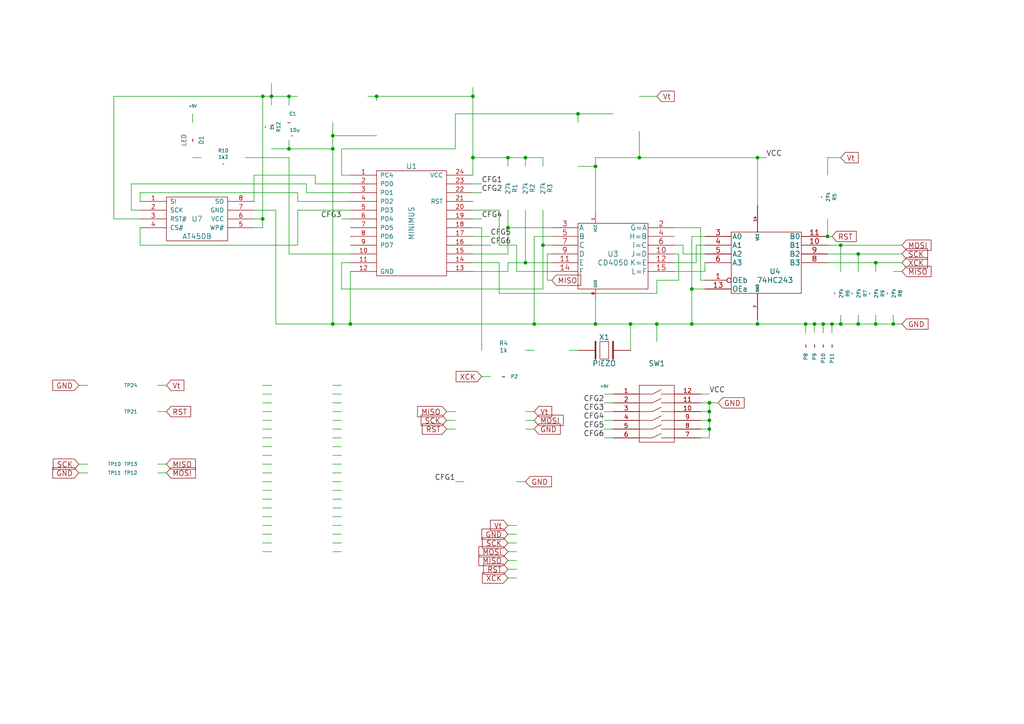
<source format=kicad_sch>
(kicad_sch (version 20230121) (generator eeschema)
  (paper "A4")
  (title_block (date "14 dec 2013"))
  (lib_symbols
    (symbol "smin:74HC243" (pin_names (offset 0.254))
      (property "Reference" "U" (at 2.54 -2.54 0))
      (property "Value" "74HC243" (at 2.54 -5.08 0))
      (symbol "74HC243_0_1"
        (rectangle (start -10.16 8.89) (end 10.16 -8.89))
      )
      (symbol "74HC243_1_1"
        (pin input inverted (at -17.78 -5.08 0) (length 7.62) (name "OEb") (number "1"))
        (pin tri_state line (at 17.78 5.08 180) (length 7.62) (name "B1") (number "10"))
        (pin tri_state line (at 17.78 7.62 180) (length 7.62) (name "B0") (number "11"))
        (pin input line (at -17.78 -7.62 0) (length 7.62) (name "OEa") (number "13"))
        (pin power_in line (at -2.54 16.51 270) (length 7.62) (name "VCC") (number "14"))
        (pin input line (at -17.78 7.62 0) (length 7.62) (name "A0") (number "3"))
        (pin input line (at -17.78 5.08 0) (length 7.62) (name "A1") (number "4"))
        (pin input line (at -17.78 2.54 0) (length 7.62) (name "A2") (number "5"))
        (pin input line (at -17.78 0 0) (length 7.62) (name "A3") (number "6"))
        (pin power_in line (at -2.54 -16.51 90) (length 7.62) (name "GND") (number "7"))
        (pin tri_state line (at 17.78 0 180) (length 7.62) (name "B3") (number "8"))
        (pin tri_state line (at 17.78 2.54 180) (length 7.62) (name "B2") (number "9"))
      )
    )
    (symbol "smin:AT45DB" (pin_names (offset 1.016))
      (property "Reference" "U" (at 0 0 0))
      (property "Value" "AT45DB" (at 0 -5.08 0))
      (symbol "AT45DB_0_1"
        (rectangle (start -8.89 6.35) (end 8.89 -6.35))
      )
      (symbol "AT45DB_1_1"
        (pin input line (at -16.51 5.08 0) (length 7.62) (name "SI") (number "1"))
        (pin input line (at -16.51 2.54 0) (length 7.62) (name "SCK") (number "2"))
        (pin input line (at -16.51 0 0) (length 7.62) (name "RST#") (number "3"))
        (pin input line (at -16.51 -2.54 0) (length 7.62) (name "CS#") (number "4"))
        (pin input line (at 16.51 -2.54 180) (length 7.62) (name "WP#") (number "5"))
        (pin power_in line (at 16.51 0 180) (length 7.62) (name "VCC") (number "6"))
        (pin power_in line (at 16.51 2.54 180) (length 7.62) (name "GND") (number "7"))
        (pin output line (at 16.51 5.08 180) (length 7.62) (name "SO") (number "8"))
      )
    )
    (symbol "smin:CD4050" (pin_names (offset 0.254))
      (property "Reference" "U" (at 0 0 0))
      (property "Value" "CD4050" (at 0 -2.54 0))
      (symbol "CD4050_0_1"
        (rectangle (start -10.16 8.89) (end 10.16 -10.16))
      )
      (symbol "CD4050_1_0"
        (pin power_in line (at -5.08 11.43 270) (length 2.54) (name "VCC") (number "1"))
        (pin power_in line (at -5.08 -12.7 90) (length 2.54) (name "GND") (number "8"))
      )
      (symbol "CD4050_1_1"
        (pin output line (at 17.78 0 180) (length 7.62) (name "J=D") (number "10"))
        (pin input line (at -17.78 -2.54 0) (length 7.62) (name "E") (number "11"))
        (pin output line (at 17.78 -2.54 180) (length 7.62) (name "K=E") (number "12"))
        (pin input line (at -17.78 -5.08 0) (length 7.62) (name "F") (number "14"))
        (pin output line (at 17.78 -5.08 180) (length 7.62) (name "L=F") (number "15"))
        (pin output line (at 17.78 7.62 180) (length 7.62) (name "G=A") (number "2"))
        (pin input line (at -17.78 7.62 0) (length 7.62) (name "A") (number "3"))
        (pin output line (at 17.78 5.08 180) (length 7.62) (name "H=B") (number "4"))
        (pin input line (at -17.78 5.08 0) (length 7.62) (name "B") (number "5"))
        (pin output line (at 17.78 2.54 180) (length 7.62) (name "I=C") (number "6"))
        (pin input line (at -17.78 2.54 0) (length 7.62) (name "C") (number "7"))
        (pin input line (at -17.78 0 0) (length 7.62) (name "D") (number "9"))
      )
    )
    (symbol "smin:MINIMUS" (pin_names (offset 1.016))
      (property "Reference" "U" (at 0 16.51 0))
      (property "Value" "MINIMUS" (at 0 0 90))
      (symbol "MINIMUS_0_1"
        (rectangle (start -10.16 -15.24) (end 10.16 15.24))
      )
      (symbol "MINIMUS_1_1"
        (pin tri_state line (at -17.78 13.97 0) (length 7.62) (name "PC4") (number "1"))
        (pin tri_state line (at -17.78 -8.89 0) (length 7.62) (name "~") (number "10"))
        (pin tri_state line (at -17.78 -11.43 0) (length 7.62) (name "~") (number "11"))
        (pin power_out line (at -17.78 -13.97 0) (length 7.62) (name "GND") (number "12"))
        (pin tri_state line (at 17.78 -13.97 180) (length 7.62) (name "~") (number "13"))
        (pin tri_state line (at 17.78 -11.43 180) (length 7.62) (name "~") (number "14"))
        (pin tri_state line (at 17.78 -8.89 180) (length 7.62) (name "~") (number "15"))
        (pin tri_state line (at 17.78 -6.35 180) (length 7.62) (name "~") (number "16"))
        (pin tri_state line (at 17.78 -3.81 180) (length 7.62) (name "~") (number "17"))
        (pin tri_state line (at 17.78 -1.27 180) (length 7.62) (name "~") (number "18"))
        (pin tri_state line (at 17.78 1.27 180) (length 7.62) (name "~") (number "19"))
        (pin tri_state line (at -17.78 11.43 0) (length 7.62) (name "PD0") (number "2"))
        (pin tri_state line (at 17.78 3.81 180) (length 7.62) (name "~") (number "20"))
        (pin input line (at 17.78 6.35 180) (length 7.62) (name "RST") (number "21"))
        (pin tri_state line (at 17.78 8.89 180) (length 7.62) (name "~") (number "22"))
        (pin tri_state line (at 17.78 11.43 180) (length 7.62) (name "~") (number "23"))
        (pin power_out line (at 17.78 13.97 180) (length 7.62) (name "VCC") (number "24"))
        (pin tri_state line (at -17.78 8.89 0) (length 7.62) (name "PD1") (number "3"))
        (pin tri_state line (at -17.78 6.35 0) (length 7.62) (name "PD2") (number "4"))
        (pin tri_state line (at -17.78 3.81 0) (length 7.62) (name "PD3") (number "5"))
        (pin tri_state line (at -17.78 1.27 0) (length 7.62) (name "PD4") (number "6"))
        (pin tri_state line (at -17.78 -1.27 0) (length 7.62) (name "PD5") (number "7"))
        (pin tri_state line (at -17.78 -3.81 0) (length 7.62) (name "PD6") (number "8"))
        (pin tri_state line (at -17.78 -6.35 0) (length 7.62) (name "PD7") (number "9"))
      )
    )
    (symbol "smin:PIEZO" (pin_numbers hide) (pin_names (offset 1.016) hide)
      (property "Reference" "X" (at 0 3.81 0))
      (property "Value" "PIEZO" (at 0 -3.81 0))
      (symbol "PIEZO_0_1"
        (polyline (pts (xy -2.54 2.54) (xy -2.54 -2.54)) (stroke (width 0.4064)))
        (polyline (pts (xy 2.54 2.54) (xy 2.54 -2.54)) (stroke (width 0.4064)))
        (polyline (pts (xy -1.27 2.54) (xy 1.27 2.54) (xy 1.27 -2.54) (xy -1.27 -2.54) (xy -1.27 2.54)))
      )
      (symbol "PIEZO_1_1"
        (pin passive line (at -7.62 0 0) (length 5.08) (name "1") (number "1"))
        (pin passive line (at 7.62 0 180) (length 5.08) (name "2") (number "2"))
      )
    )
    (symbol "smin:SW_DIP_6" (pin_names (offset 1.016))
      (property "Reference" "SW" (at 0 20.32 0))
      (symbol "SW_DIP_6_0_1"
        (rectangle (start -5.08 2.54) (end 5.08 19.05))
        (polyline (pts (xy 1.27 3.81) (xy 5.08 3.81)))
        (polyline (pts (xy 1.27 8.89) (xy 5.08 8.89)))
        (polyline (pts (xy 1.27 11.43) (xy 5.08 11.43)))
        (polyline (pts (xy 1.27 13.97) (xy 5.08 13.97)))
        (polyline (pts (xy 1.27 16.51) (xy 5.08 16.51)))
        (polyline (pts (xy 5.08 6.35) (xy 1.27 6.35)))
        (polyline (pts (xy -5.08 3.81) (xy -1.27 3.81) (xy 1.27 5.08)))
        (polyline (pts (xy -5.08 8.89) (xy -1.27 8.89) (xy 1.27 10.16)))
        (polyline (pts (xy -5.08 11.43) (xy -1.27 11.43) (xy 1.27 12.7)))
        (polyline (pts (xy -5.08 13.97) (xy -1.27 13.97) (xy 1.27 15.24)))
        (polyline (pts (xy -5.08 16.51) (xy -1.27 16.51) (xy 1.27 17.78)))
        (polyline (pts (xy 1.27 7.62) (xy -1.27 6.35) (xy -5.08 6.35)))
      )
      (symbol "SW_DIP_6_1_1"
        (pin passive line (at -12.7 16.51 0) (length 7.62) (name "~") (number "1"))
        (pin passive line (at 12.7 11.43 180) (length 7.62) (name "~") (number "10"))
        (pin passive line (at 12.7 13.97 180) (length 7.62) (name "~") (number "11"))
        (pin passive line (at 12.7 16.51 180) (length 7.62) (name "~") (number "12"))
        (pin passive line (at -12.7 13.97 0) (length 7.62) (name "~") (number "2"))
        (pin passive line (at -12.7 11.43 0) (length 7.62) (name "~") (number "3"))
        (pin passive line (at -12.7 8.89 0) (length 7.62) (name "~") (number "4"))
        (pin passive line (at -12.7 6.35 0) (length 7.62) (name "~") (number "5"))
        (pin passive line (at -12.7 3.81 0) (length 7.62) (name "~") (number "6"))
        (pin passive line (at 12.7 3.81 180) (length 7.62) (name "~") (number "7"))
        (pin passive line (at 12.7 6.35 180) (length 7.62) (name "~") (number "8"))
        (pin passive line (at 12.7 8.89 180) (length 7.62) (name "~") (number "9"))
      )
    )
  )
  (junction (at 205.74 119.38))
  (junction (at 157.48 71.12))
  (junction (at 96.52 43.18))
  (junction (at 248.92 93.98))
  (junction (at 241.3 93.98))
  (junction (at 83.82 27.94))
  (junction (at 248.92 73.66))
  (junction (at 254 93.98))
  (junction (at 96.52 39.37))
  (junction (at 205.74 121.92))
  (junction (at 78.74 27.94))
  (junction (at 76.2 63.5))
  (junction (at 185.42 45.72))
  (junction (at 243.84 71.12))
  (junction (at 200.66 83.82))
  (junction (at 76.2 27.94))
  (junction (at 205.74 116.84))
  (junction (at 152.4 45.72))
  (junction (at 236.22 93.98))
  (junction (at 152.4 76.2))
  (junction (at 167.64 33.02))
  (junction (at 147.32 66.04))
  (junction (at 259.08 93.98))
  (junction (at 172.72 93.98))
  (junction (at 83.82 43.18))
  (junction (at 101.6 93.98))
  (junction (at 137.16 27.94))
  (junction (at 238.76 93.98))
  (junction (at 109.22 27.94))
  (junction (at 219.71 93.98))
  (junction (at 219.71 45.72))
  (junction (at 147.32 45.72))
  (junction (at 172.72 48.26))
  (junction (at 137.16 45.72))
  (junction (at 190.5 93.98))
  (junction (at 254 76.2))
  (junction (at 205.74 124.46))
  (junction (at 240.03 68.58))
  (junction (at 243.84 93.98))
  (junction (at 200.66 93.98))
  (junction (at 154.94 93.98))
  (junction (at 96.52 93.98))
  (junction (at 233.68 93.98))
  (junction (at 182.88 93.98))
  (wire (pts (xy 236.22 93.98) (xy 236.22 96.52)))
  (wire (pts (xy 248.92 73.66) (xy 261.62 73.66)))
  (wire (pts (xy 76.2 63.5) (xy 76.2 66.04)))
  (wire (pts (xy 205.74 121.92) (xy 203.2 121.92)))
  (wire (pts (xy 154.94 68.58) (xy 154.94 93.98)))
  (wire (pts (xy 254 93.98) (xy 254 91.44)))
  (wire (pts (xy 76.2 27.94) (xy 76.2 63.5)))
  (wire (pts (xy 200.66 83.82) (xy 200.66 93.98)))
  (wire (pts (xy 172.72 48.26) (xy 172.72 62.23)))
  (wire (pts (xy 195.58 78.74) (xy 204.47 78.74)))
  (wire (pts (xy 96.52 139.7) (xy 99.06 139.7)))
  (wire (pts (xy 76.2 160.02) (xy 78.74 160.02)))
  (wire (pts (xy 147.32 165.1) (xy 149.86 165.1)))
  (wire (pts (xy 240.03 76.2) (xy 254 76.2)))
  (wire (pts (xy 241.3 93.98) (xy 243.84 93.98)))
  (wire (pts (xy 241.3 93.98) (xy 241.3 96.52)))
  (wire (pts (xy 185.42 38.1) (xy 185.42 45.72)))
  (wire (pts (xy 157.48 71.12) (xy 157.48 83.82)))
  (wire (pts (xy 99.06 132.08) (xy 96.52 132.08)))
  (wire (pts (xy 142.24 68.58) (xy 137.16 68.58)))
  (wire (pts (xy 198.12 71.12) (xy 195.58 71.12)))
  (wire (pts (xy 132.08 43.18) (xy 132.08 33.02)))
  (wire (pts (xy 109.22 27.94) (xy 137.16 27.94)))
  (wire (pts (xy 78.74 127) (xy 76.2 127)))
  (wire (pts (xy 203.2 114.3) (xy 205.74 114.3)))
  (wire (pts (xy 55.88 33.02) (xy 55.88 35.56)))
  (wire (pts (xy 152.4 121.92) (xy 154.94 121.92)))
  (wire (pts (xy 195.58 76.2) (xy 201.93 76.2)))
  (wire (pts (xy 203.2 116.84) (xy 205.74 116.84)))
  (wire (pts (xy 45.72 119.38) (xy 48.26 119.38)))
  (wire (pts (xy 80.01 60.96) (xy 80.01 93.98)))
  (wire (pts (xy 96.52 124.46) (xy 99.06 124.46)))
  (wire (pts (xy 243.84 91.44) (xy 243.84 93.98)))
  (wire (pts (xy 78.74 137.16) (xy 76.2 137.16)))
  (wire (pts (xy 205.74 119.38) (xy 205.74 121.92)))
  (wire (pts (xy 99.06 76.2) (xy 99.06 83.82)))
  (wire (pts (xy 137.16 45.72) (xy 147.32 45.72)))
  (wire (pts (xy 203.2 66.04) (xy 195.58 66.04)))
  (wire (pts (xy 185.42 45.72) (xy 219.71 45.72)))
  (wire (pts (xy 78.74 43.18) (xy 83.82 43.18)))
  (wire (pts (xy 254 76.2) (xy 254 78.74)))
  (wire (pts (xy 48.26 111.76) (xy 45.72 111.76)))
  (wire (pts (xy 254 93.98) (xy 259.08 93.98)))
  (wire (pts (xy 201.93 76.2) (xy 201.93 71.12)))
  (wire (pts (xy 172.72 86.36) (xy 172.72 93.98)))
  (wire (pts (xy 204.47 83.82) (xy 200.66 83.82)))
  (wire (pts (xy 198.12 73.66) (xy 198.12 71.12)))
  (wire (pts (xy 96.52 144.78) (xy 99.06 144.78)))
  (wire (pts (xy 152.4 60.96) (xy 152.4 76.2)))
  (wire (pts (xy 167.64 48.26) (xy 172.72 48.26)))
  (wire (pts (xy 78.74 147.32) (xy 76.2 147.32)))
  (wire (pts (xy 96.52 154.94) (xy 99.06 154.94)))
  (wire (pts (xy 177.8 114.3) (xy 175.26 114.3)))
  (wire (pts (xy 78.74 27.94) (xy 83.82 27.94)))
  (wire (pts (xy 204.47 81.28) (xy 203.2 81.28)))
  (wire (pts (xy 40.64 71.12) (xy 40.64 66.04)))
  (wire (pts (xy 96.52 39.37) (xy 96.52 43.18)))
  (wire (pts (xy 132.08 33.02) (xy 167.64 33.02)))
  (wire (pts (xy 137.16 25.4) (xy 137.16 27.94)))
  (wire (pts (xy 132.08 124.46) (xy 129.54 124.46)))
  (wire (pts (xy 101.6 53.34) (xy 91.44 53.34)))
  (wire (pts (xy 154.94 119.38) (xy 152.4 119.38)))
  (wire (pts (xy 165.1 101.6) (xy 167.64 101.6)))
  (wire (pts (xy 142.24 109.22) (xy 139.7 109.22)))
  (wire (pts (xy 106.68 27.94) (xy 109.22 27.94)))
  (wire (pts (xy 147.32 157.48) (xy 149.86 157.48)))
  (wire (pts (xy 86.36 60.96) (xy 101.6 60.96)))
  (wire (pts (xy 205.74 124.46) (xy 205.74 127)))
  (wire (pts (xy 167.64 33.02) (xy 177.8 33.02)))
  (wire (pts (xy 147.32 66.04) (xy 160.02 66.04)))
  (wire (pts (xy 137.16 60.96) (xy 144.78 60.96)))
  (wire (pts (xy 144.78 71.12) (xy 149.86 71.12)))
  (wire (pts (xy 185.42 27.94) (xy 190.5 27.94)))
  (wire (pts (xy 157.48 45.72) (xy 157.48 48.26)))
  (wire (pts (xy 152.4 76.2) (xy 160.02 76.2)))
  (wire (pts (xy 78.74 116.84) (xy 76.2 116.84)))
  (wire (pts (xy 154.94 93.98) (xy 172.72 93.98)))
  (wire (pts (xy 96.52 35.56) (xy 96.52 39.37)))
  (wire (pts (xy 149.86 78.74) (xy 160.02 78.74)))
  (wire (pts (xy 101.6 58.42) (xy 86.36 58.42)))
  (wire (pts (xy 160.02 68.58) (xy 154.94 68.58)))
  (wire (pts (xy 219.71 45.72) (xy 222.25 45.72)))
  (wire (pts (xy 134.62 139.7) (xy 132.08 139.7)))
  (wire (pts (xy 172.72 45.72) (xy 172.72 48.26)))
  (wire (pts (xy 76.2 63.5) (xy 73.66 63.5)))
  (wire (pts (xy 99.06 121.92) (xy 96.52 121.92)))
  (wire (pts (xy 219.71 93.98) (xy 233.68 93.98)))
  (wire (pts (xy 83.82 43.18) (xy 83.82 40.64)))
  (wire (pts (xy 154.94 124.46) (xy 152.4 124.46)))
  (wire (pts (xy 149.86 167.64) (xy 147.32 167.64)))
  (wire (pts (xy 175.26 121.92) (xy 177.8 121.92)))
  (wire (pts (xy 139.7 53.34) (xy 137.16 53.34)))
  (wire (pts (xy 219.71 92.71) (xy 219.71 93.98)))
  (wire (pts (xy 38.1 53.34) (xy 38.1 60.96)))
  (wire (pts (xy 137.16 27.94) (xy 137.16 45.72)))
  (wire (pts (xy 236.22 93.98) (xy 238.76 93.98)))
  (wire (pts (xy 205.74 116.84) (xy 205.74 119.38)))
  (wire (pts (xy 101.6 93.98) (xy 101.6 78.74)))
  (wire (pts (xy 132.08 119.38) (xy 129.54 119.38)))
  (wire (pts (xy 76.2 124.46) (xy 78.74 124.46)))
  (wire (pts (xy 83.82 43.18) (xy 96.52 43.18)))
  (wire (pts (xy 73.66 60.96) (xy 80.01 60.96)))
  (wire (pts (xy 88.9 53.34) (xy 38.1 53.34)))
  (wire (pts (xy 86.36 55.88) (xy 40.64 55.88)))
  (wire (pts (xy 96.52 119.38) (xy 99.06 119.38)))
  (wire (pts (xy 25.4 134.62) (xy 22.86 134.62)))
  (wire (pts (xy 73.66 50.8) (xy 73.66 58.42)))
  (wire (pts (xy 204.47 78.74) (xy 204.47 76.2)))
  (wire (pts (xy 88.9 55.88) (xy 88.9 53.34)))
  (wire (pts (xy 99.06 63.5) (xy 101.6 63.5)))
  (wire (pts (xy 147.32 45.72) (xy 152.4 45.72)))
  (wire (pts (xy 248.92 93.98) (xy 254 93.98)))
  (wire (pts (xy 33.02 63.5) (xy 40.64 63.5)))
  (wire (pts (xy 240.03 68.58) (xy 241.3 68.58)))
  (wire (pts (xy 99.06 111.76) (xy 96.52 111.76)))
  (wire (pts (xy 76.2 144.78) (xy 78.74 144.78)))
  (wire (pts (xy 205.74 127) (xy 203.2 127)))
  (wire (pts (xy 76.2 149.86) (xy 78.74 149.86)))
  (wire (pts (xy 99.06 116.84) (xy 96.52 116.84)))
  (wire (pts (xy 240.03 63.5) (xy 240.03 68.58)))
  (wire (pts (xy 83.82 27.94) (xy 83.82 30.48)))
  (wire (pts (xy 177.8 119.38) (xy 175.26 119.38)))
  (wire (pts (xy 139.7 55.88) (xy 137.16 55.88)))
  (wire (pts (xy 147.32 78.74) (xy 137.16 78.74)))
  (wire (pts (xy 25.4 111.76) (xy 22.86 111.76)))
  (wire (pts (xy 99.06 152.4) (xy 96.52 152.4)))
  (wire (pts (xy 144.78 60.96) (xy 144.78 71.12)))
  (wire (pts (xy 40.64 55.88) (xy 40.64 58.42)))
  (wire (pts (xy 71.12 45.72) (xy 83.82 45.72)))
  (wire (pts (xy 147.32 60.96) (xy 147.32 66.04)))
  (wire (pts (xy 101.6 76.2) (xy 99.06 76.2)))
  (wire (pts (xy 172.72 93.98) (xy 182.88 93.98)))
  (wire (pts (xy 233.68 93.98) (xy 233.68 96.52)))
  (wire (pts (xy 96.52 43.18) (xy 96.52 93.98)))
  (wire (pts (xy 76.2 66.04) (xy 73.66 66.04)))
  (wire (pts (xy 196.85 73.66) (xy 195.58 73.66)))
  (wire (pts (xy 45.72 134.62) (xy 48.26 134.62)))
  (wire (pts (xy 261.62 78.74) (xy 259.08 78.74)))
  (wire (pts (xy 152.4 45.72) (xy 157.48 45.72)))
  (wire (pts (xy 83.82 73.66) (xy 101.6 73.66)))
  (wire (pts (xy 157.48 83.82) (xy 99.06 83.82)))
  (wire (pts (xy 205.74 116.84) (xy 208.28 116.84)))
  (wire (pts (xy 99.06 127) (xy 96.52 127)))
  (wire (pts (xy 201.93 71.12) (xy 204.47 71.12)))
  (wire (pts (xy 96.52 134.62) (xy 99.06 134.62)))
  (wire (pts (xy 175.26 127) (xy 177.8 127)))
  (wire (pts (xy 190.5 81.28) (xy 196.85 81.28)))
  (wire (pts (xy 219.71 45.72) (xy 219.71 59.69)))
  (wire (pts (xy 182.88 93.98) (xy 182.88 101.6)))
  (wire (pts (xy 137.16 66.04) (xy 139.7 66.04)))
  (wire (pts (xy 99.06 147.32) (xy 96.52 147.32)))
  (wire (pts (xy 76.2 119.38) (xy 78.74 119.38)))
  (wire (pts (xy 147.32 78.74) (xy 147.32 76.2)))
  (wire (pts (xy 99.06 43.18) (xy 99.06 50.8)))
  (wire (pts (xy 190.5 81.28) (xy 190.5 85.09)))
  (wire (pts (xy 200.66 68.58) (xy 200.66 83.82)))
  (wire (pts (xy 238.76 93.98) (xy 238.76 96.52)))
  (wire (pts (xy 144.78 76.2) (xy 137.16 76.2)))
  (wire (pts (xy 139.7 66.04) (xy 139.7 101.6)))
  (wire (pts (xy 76.2 154.94) (xy 78.74 154.94)))
  (wire (pts (xy 96.52 114.3) (xy 99.06 114.3)))
  (wire (pts (xy 109.22 27.94) (xy 109.22 29.21)))
  (wire (pts (xy 96.52 149.86) (xy 99.06 149.86)))
  (wire (pts (xy 204.47 68.58) (xy 200.66 68.58)))
  (wire (pts (xy 33.02 63.5) (xy 33.02 27.94)))
  (wire (pts (xy 240.03 45.72) (xy 240.03 50.8)))
  (wire (pts (xy 101.6 93.98) (xy 154.94 93.98)))
  (wire (pts (xy 86.36 60.96) (xy 86.36 71.12)))
  (wire (pts (xy 233.68 93.98) (xy 236.22 93.98)))
  (wire (pts (xy 259.08 93.98) (xy 261.62 93.98)))
  (wire (pts (xy 190.5 93.98) (xy 190.5 99.06)))
  (wire (pts (xy 248.92 93.98) (xy 248.92 91.44)))
  (wire (pts (xy 86.36 58.42) (xy 86.36 55.88)))
  (wire (pts (xy 58.42 45.72) (xy 55.88 45.72)))
  (wire (pts (xy 172.72 45.72) (xy 185.42 45.72)))
  (wire (pts (xy 149.86 162.56) (xy 147.32 162.56)))
  (wire (pts (xy 83.82 45.72) (xy 83.82 73.66)))
  (wire (pts (xy 33.02 27.94) (xy 76.2 27.94)))
  (wire (pts (xy 137.16 45.72) (xy 137.16 50.8)))
  (wire (pts (xy 48.26 137.16) (xy 45.72 137.16)))
  (wire (pts (xy 142.24 71.12) (xy 137.16 71.12)))
  (wire (pts (xy 243.84 78.74) (xy 243.84 71.12)))
  (wire (pts (xy 78.74 132.08) (xy 76.2 132.08)))
  (wire (pts (xy 144.78 85.09) (xy 144.78 76.2)))
  (wire (pts (xy 129.54 121.92) (xy 132.08 121.92)))
  (wire (pts (xy 78.74 111.76) (xy 76.2 111.76)))
  (wire (pts (xy 83.82 27.94) (xy 86.36 27.94)))
  (wire (pts (xy 205.74 124.46) (xy 203.2 124.46)))
  (wire (pts (xy 86.36 71.12) (xy 40.64 71.12)))
  (wire (pts (xy 175.26 116.84) (xy 177.8 116.84)))
  (wire (pts (xy 240.03 71.12) (xy 243.84 71.12)))
  (wire (pts (xy 205.74 119.38) (xy 203.2 119.38)))
  (wire (pts (xy 238.76 93.98) (xy 241.3 93.98)))
  (wire (pts (xy 91.44 53.34) (xy 91.44 50.8)))
  (wire (pts (xy 78.74 152.4) (xy 76.2 152.4)))
  (wire (pts (xy 158.75 73.66) (xy 160.02 73.66)))
  (wire (pts (xy 78.74 27.94) (xy 78.74 30.48)))
  (wire (pts (xy 149.86 71.12) (xy 149.86 78.74)))
  (wire (pts (xy 243.84 93.98) (xy 248.92 93.98)))
  (wire (pts (xy 149.86 160.02) (xy 147.32 160.02)))
  (wire (pts (xy 248.92 78.74) (xy 248.92 73.66)))
  (wire (pts (xy 76.2 134.62) (xy 78.74 134.62)))
  (wire (pts (xy 91.44 50.8) (xy 73.66 50.8)))
  (wire (pts (xy 152.4 45.72) (xy 152.4 48.26)))
  (wire (pts (xy 157.48 60.96) (xy 157.48 71.12)))
  (wire (pts (xy 76.2 27.94) (xy 78.74 27.94)))
  (wire (pts (xy 76.2 142.24) (xy 78.74 142.24)))
  (wire (pts (xy 167.64 35.56) (xy 167.64 33.02)))
  (wire (pts (xy 76.2 114.3) (xy 78.74 114.3)))
  (wire (pts (xy 196.85 81.28) (xy 196.85 73.66)))
  (wire (pts (xy 190.5 85.09) (xy 144.78 85.09)))
  (wire (pts (xy 149.86 152.4) (xy 147.32 152.4)))
  (wire (pts (xy 158.75 81.28) (xy 158.75 73.66)))
  (wire (pts (xy 149.86 139.7) (xy 152.4 139.7)))
  (wire (pts (xy 259.08 93.98) (xy 259.08 91.44)))
  (wire (pts (xy 101.6 55.88) (xy 88.9 55.88)))
  (wire (pts (xy 200.66 93.98) (xy 219.71 93.98)))
  (wire (pts (xy 154.94 101.6) (xy 152.4 101.6)))
  (wire (pts (xy 78.74 24.13) (xy 78.74 27.94)))
  (wire (pts (xy 190.5 93.98) (xy 200.66 93.98)))
  (wire (pts (xy 243.84 45.72) (xy 240.03 45.72)))
  (wire (pts (xy 76.2 129.54) (xy 78.74 129.54)))
  (wire (pts (xy 254 76.2) (xy 261.62 76.2)))
  (wire (pts (xy 25.4 137.16) (xy 22.86 137.16)))
  (wire (pts (xy 78.74 157.48) (xy 76.2 157.48)))
  (wire (pts (xy 99.06 142.24) (xy 96.52 142.24)))
  (wire (pts (xy 177.8 124.46) (xy 175.26 124.46)))
  (wire (pts (xy 204.47 73.66) (xy 198.12 73.66)))
  (wire (pts (xy 76.2 139.7) (xy 78.74 139.7)))
  (wire (pts (xy 99.06 157.48) (xy 96.52 157.48)))
  (wire (pts (xy 99.06 43.18) (xy 132.08 43.18)))
  (wire (pts (xy 147.32 66.04) (xy 147.32 73.66)))
  (wire (pts (xy 96.52 93.98) (xy 101.6 93.98)))
  (wire (pts (xy 240.03 73.66) (xy 248.92 73.66)))
  (wire (pts (xy 205.74 121.92) (xy 205.74 124.46)))
  (wire (pts (xy 99.06 137.16) (xy 96.52 137.16)))
  (wire (pts (xy 96.52 129.54) (xy 99.06 129.54)))
  (wire (pts (xy 99.06 50.8) (xy 101.6 50.8)))
  (wire (pts (xy 147.32 73.66) (xy 137.16 73.66)))
  (wire (pts (xy 243.84 71.12) (xy 261.62 71.12)))
  (wire (pts (xy 182.88 93.98) (xy 190.5 93.98)))
  (wire (pts (xy 78.74 121.92) (xy 76.2 121.92)))
  (wire (pts (xy 96.52 160.02) (xy 99.06 160.02)))
  (wire (pts (xy 147.32 76.2) (xy 152.4 76.2)))
  (wire (pts (xy 203.2 81.28) (xy 203.2 66.04)))
  (wire (pts (xy 80.01 93.98) (xy 96.52 93.98)))
  (wire (pts (xy 160.02 71.12) (xy 157.48 71.12)))
  (wire (pts (xy 160.02 81.28) (xy 158.75 81.28)))
  (wire (pts (xy 147.32 154.94) (xy 149.86 154.94)))
  (wire (pts (xy 147.32 45.72) (xy 147.32 48.26)))
  (wire (pts (xy 109.22 39.37) (xy 96.52 39.37)))
  (wire (pts (xy 139.7 63.5) (xy 137.16 63.5)))
  (wire (pts (xy 38.1 60.96) (xy 40.64 60.96)))
  (label "CFG1" (at 132.08 139.7 180) (effects (font (size 1.524 1.524))))
  (label "CFG2" (at 175.26 116.84 180) (effects (font (size 1.524 1.524))))
  (label "CFG3" (at 175.26 119.38 180) (effects (font (size 1.524 1.524))))
  (label "CFG4" (at 139.7 63.5 0) (effects (font (size 1.524 1.524))))
  (label "CFG6" (at 175.26 127 180) (effects (font (size 1.524 1.524))))
  (label "VCC" (at 222.25 45.72 0) (effects (font (size 1.524 1.524))))
  (label "CFG3" (at 99.06 63.5 180) (effects (font (size 1.524 1.524))))
  (label "CFG1" (at 139.7 53.34 0) (effects (font (size 1.524 1.524))))
  (label "CFG6" (at 142.24 71.12 0) (effects (font (size 1.524 1.524))))
  (label "VCC" (at 205.74 114.3 0) (effects (font (size 1.524 1.524))))
  (label "CFG4" (at 175.26 121.92 180) (effects (font (size 1.524 1.524))))
  (label "CFG5" (at 142.24 68.58 0) (effects (font (size 1.524 1.524))))
  (label "CFG5" (at 175.26 124.46 180) (effects (font (size 1.524 1.524))))
  (label "CFG2" (at 139.7 55.88 0) (effects (font (size 1.524 1.524))))
  (global_label "MISO" (shape input) (at 129.54 119.38 180) (effects (font (size 1.524 1.524))) (property "Intersheetrefs" "${INTERSHEET_REFS}" (effects hide)))
  (global_label "Vt" (shape input) (at 154.94 119.38 0) (effects (font (size 1.524 1.524))) (property "Intersheetrefs" "${INTERSHEET_REFS}" (effects hide)))
  (global_label "SCK" (shape input) (at 147.32 157.48 180) (effects (font (size 1.524 1.524))) (property "Intersheetrefs" "${INTERSHEET_REFS}" (effects hide)))
  (global_label "Vt" (shape input) (at 147.32 152.4 180) (effects (font (size 1.524 1.524))) (property "Intersheetrefs" "${INTERSHEET_REFS}" (effects hide)))
  (global_label "GND" (shape input) (at 22.86 111.76 180) (effects (font (size 1.524 1.524))) (property "Intersheetrefs" "${INTERSHEET_REFS}" (effects hide)))
  (global_label "SCK" (shape input) (at 261.62 73.66 0) (effects (font (size 1.524 1.524))) (property "Intersheetrefs" "${INTERSHEET_REFS}" (effects hide)))
  (global_label "GND" (shape input) (at 152.4 139.7 0) (effects (font (size 1.524 1.524))) (property "Intersheetrefs" "${INTERSHEET_REFS}" (effects hide)))
  (global_label "MOSI" (shape input) (at 48.26 137.16 0) (effects (font (size 1.524 1.524))) (property "Intersheetrefs" "${INTERSHEET_REFS}" (effects hide)))
  (global_label "SCK" (shape input) (at 22.86 134.62 180) (effects (font (size 1.524 1.524))) (property "Intersheetrefs" "${INTERSHEET_REFS}" (effects hide)))
  (global_label "RST" (shape input) (at 48.26 119.38 0) (effects (font (size 1.524 1.524))) (property "Intersheetrefs" "${INTERSHEET_REFS}" (effects hide)))
  (global_label "GND" (shape input) (at 22.86 137.16 180) (effects (font (size 1.524 1.524))) (property "Intersheetrefs" "${INTERSHEET_REFS}" (effects hide)))
  (global_label "MISO" (shape input) (at 261.62 78.74 0) (effects (font (size 1.524 1.524))) (property "Intersheetrefs" "${INTERSHEET_REFS}" (effects hide)))
  (global_label "RST" (shape input) (at 147.32 165.1 180) (effects (font (size 1.524 1.524))) (property "Intersheetrefs" "${INTERSHEET_REFS}" (effects hide)))
  (global_label "GND" (shape input) (at 154.94 124.46 0) (effects (font (size 1.524 1.524))) (property "Intersheetrefs" "${INTERSHEET_REFS}" (effects hide)))
  (global_label "MISO" (shape input) (at 48.26 134.62 0) (effects (font (size 1.524 1.524))) (property "Intersheetrefs" "${INTERSHEET_REFS}" (effects hide)))
  (global_label "GND" (shape input) (at 261.62 93.98 0) (effects (font (size 1.524 1.524))) (property "Intersheetrefs" "${INTERSHEET_REFS}" (effects hide)))
  (global_label "MISO" (shape input) (at 160.02 81.28 0) (effects (font (size 1.524 1.524))) (property "Intersheetrefs" "${INTERSHEET_REFS}" (effects hide)))
  (global_label "Vt" (shape input) (at 243.84 45.72 0) (effects (font (size 1.524 1.524))) (property "Intersheetrefs" "${INTERSHEET_REFS}" (effects hide)))
  (global_label "XCK" (shape input) (at 139.7 109.22 180) (effects (font (size 1.524 1.524))) (property "Intersheetrefs" "${INTERSHEET_REFS}" (effects hide)))
  (global_label "Vt" (shape input) (at 190.5 27.94 0) (effects (font (size 1.524 1.524))) (property "Intersheetrefs" "${INTERSHEET_REFS}" (effects hide)))
  (global_label "SCK" (shape input) (at 129.54 121.92 180) (effects (font (size 1.524 1.524))) (property "Intersheetrefs" "${INTERSHEET_REFS}" (effects hide)))
  (global_label "RST" (shape input) (at 129.54 124.46 180) (effects (font (size 1.524 1.524))) (property "Intersheetrefs" "${INTERSHEET_REFS}" (effects hide)))
  (global_label "XCK" (shape input) (at 261.62 76.2 0) (effects (font (size 1.524 1.524))) (property "Intersheetrefs" "${INTERSHEET_REFS}" (effects hide)))
  (global_label "MISO" (shape input) (at 147.32 162.56 180) (effects (font (size 1.524 1.524))) (property "Intersheetrefs" "${INTERSHEET_REFS}" (effects hide)))
  (global_label "MOSI" (shape input) (at 147.32 160.02 180) (effects (font (size 1.524 1.524))) (property "Intersheetrefs" "${INTERSHEET_REFS}" (effects hide)))
  (global_label "XCK" (shape input) (at 147.32 167.64 180) (effects (font (size 1.524 1.524))) (property "Intersheetrefs" "${INTERSHEET_REFS}" (effects hide)))
  (global_label "GND" (shape input) (at 147.32 154.94 180) (effects (font (size 1.524 1.524))) (property "Intersheetrefs" "${INTERSHEET_REFS}" (effects hide)))
  (global_label "RST" (shape input) (at 241.3 68.58 0) (effects (font (size 1.524 1.524))) (property "Intersheetrefs" "${INTERSHEET_REFS}" (effects hide)))
  (global_label "MOSI" (shape input) (at 154.94 121.92 0) (effects (font (size 1.524 1.524))) (property "Intersheetrefs" "${INTERSHEET_REFS}" (effects hide)))
  (global_label "MOSI" (shape input) (at 261.62 71.12 0) (effects (font (size 1.524 1.524))) (property "Intersheetrefs" "${INTERSHEET_REFS}" (effects hide)))
  (global_label "Vt" (shape input) (at 48.26 111.76 0) (effects (font (size 1.524 1.524))) (property "Intersheetrefs" "${INTERSHEET_REFS}" (effects hide)))
  (global_label "GND" (shape input) (at 208.28 116.84 0) (effects (font (size 1.524 1.524))) (property "Intersheetrefs" "${INTERSHEET_REFS}" (effects hide)))
  (symbol (lib_id "smin:74HC243") (at 222.25 76.2 0) (unit 1)
    (property "Reference" "U4" (at 224.79 78.74 0) (effects (font (size 1.524 1.524))))
    (property "Value" "74HC243" (at 224.79 81.28 0) (effects (font (size 1.524 1.524))))
  )
  (symbol (lib_id "smin:CD4050") (at 177.8 73.66 0) (unit 1)
    (property "Reference" "U3" (at 177.8 73.66 0) (effects (font (size 1.524 1.524))))
    (property "Value" "CD4050" (at 177.8 76.2 0) (effects (font (size 1.524 1.524))))
  )
  (symbol (lib_id "GND") (at 190.5 99.06 0) (unit 1)
    (property "Reference" "#PWR5" (effects hide))
    (property "Value" "GND" (effects hide))
  )
  (symbol (lib_id "R") (at 157.48 54.61 0) (unit 1)
    (property "Reference" "R3" (at 159.512 54.61 90))
    (property "Value" "27k" (at 157.48 54.61 90))
  )
  (symbol (lib_id "R") (at 152.4 54.61 0) (unit 1)
    (property "Reference" "R2" (at 154.432 54.61 90))
    (property "Value" "27k" (at 152.4 54.61 90))
  )
  (symbol (lib_id "R") (at 147.32 54.61 0) (unit 1)
    (property "Reference" "R1" (at 149.352 54.61 90))
    (property "Value" "27k" (at 147.32 54.61 90))
  )
  (symbol (lib_id "DIL40") (at 87.63 135.89 0) (unit 1)
    (property "Reference" "U5" (at 87.63 109.22 0) (effects (font (size 1.778 1.778))))
    (property "Value" "ZIF" (at 87.63 135.89 90) (effects (font (size 1.524 1.524))))
  )
  (symbol (lib_id "smin:PIEZO") (at 175.26 101.6 0) (unit 1)
    (property "Reference" "X1" (at 175.26 97.79 0) (effects (font (size 1.524 1.524))))
    (property "Value" "PIEZO" (at 175.26 105.41 0) (effects (font (size 1.524 1.524))))
  )
  (symbol (lib_id "CONN_1") (at 29.21 111.76 0) (unit 1)
    (property "Reference" "TP1" (at 31.242 111.76 0) (effects (font (size 1.016 1.016)) (justify left)))
    (property "Value" "CONN_1" (effects hide))
  )
  (symbol (lib_id "CONN_1") (at 29.21 134.62 0) (unit 1)
    (property "Reference" "TP10" (at 31.242 134.62 0) (effects (font (size 1.016 1.016)) (justify left)))
    (property "Value" "CONN_1" (effects hide))
  )
  (symbol (lib_id "CONN_1") (at 29.21 137.16 0) (unit 1)
    (property "Reference" "TP11" (at 31.242 137.16 0) (effects (font (size 1.016 1.016)) (justify left)))
    (property "Value" "CONN_1" (effects hide))
  )
  (symbol (lib_id "CONN_1") (at 41.91 137.16 0) (mirror y) (unit 1)
    (property "Reference" "TP12" (at 39.878 137.16 0) (effects (font (size 1.016 1.016)) (justify left)))
    (property "Value" "CONN_1" (effects hide))
  )
  (symbol (lib_id "CONN_1") (at 41.91 134.62 0) (mirror y) (unit 1)
    (property "Reference" "TP13" (at 39.878 134.62 0) (effects (font (size 1.016 1.016)) (justify left)))
    (property "Value" "CONN_1" (effects hide))
  )
  (symbol (lib_id "CONN_1") (at 41.91 119.38 0) (mirror y) (unit 1)
    (property "Reference" "TP21" (at 39.878 119.38 0) (effects (font (size 1.016 1.016)) (justify left)))
    (property "Value" "CONN_1" (effects hide))
  )
  (symbol (lib_id "CONN_1") (at 41.91 111.76 0) (mirror y) (unit 1)
    (property "Reference" "TP24" (at 39.878 111.76 0) (effects (font (size 1.016 1.016)) (justify left)))
    (property "Value" "CONN_1" (effects hide))
  )
  (symbol (lib_id "CONN_3X2") (at 142.24 123.19 0) (unit 1)
    (property "Reference" "P1" (at 142.24 116.84 0))
    (property "Value" "ISP" (at 142.24 121.92 90) (effects (font (size 1.016 1.016))))
  )
  (symbol (lib_id "R") (at 146.05 101.6 90) (unit 1)
    (property "Reference" "R4" (at 146.05 99.568 90))
    (property "Value" "1k" (at 146.05 101.6 90))
  )
  (symbol (lib_id "NCP1117ST33T3G") (at 96.52 29.21 0) (mirror y) (unit 1)
    (property "Reference" "U6" (at 96.52 22.86 0) (effects (font (size 1.016 1.016))))
    (property "Value" "NCP1117" (at 96.52 24.13 0) (effects (font (size 1.016 1.016))))
    (property "Footprint" "~" (at 96.52 29.21 0) (effects (font (size 1.524 1.524))))
    (property "Datasheet" "~" (at 96.52 29.21 0) (effects (font (size 1.524 1.524))))
  )
  (symbol (lib_id "C") (at 83.82 35.56 0) (unit 1)
    (property "Reference" "C1" (at 83.82 33.02 0) (effects (font (size 1.016 1.016)) (justify left)))
    (property "Value" "10u" (at 83.9724 37.719 0) (effects (font (size 1.016 1.016)) (justify left)))
    (property "Footprint" "~" (at 84.7852 39.37 0) (effects (font (size 0.762 0.762))))
    (property "Datasheet" "~" (at 83.82 35.56 0) (effects (font (size 1.524 1.524))))
  )
  (symbol (lib_id "+3.3V") (at 78.74 24.13 0) (unit 1)
    (property "Reference" "#PWR2" (effects hide))
    (property "Value" "+3.3V" (at 78.74 21.336 0) (effects (font (size 0.762 0.762))))
  )
  (symbol (lib_id "+5V") (at 137.16 25.4 0) (unit 1)
    (property "Reference" "#PWR3" (effects hide))
    (property "Value" "+5V" (at 137.16 23.114 0) (effects (font (size 0.762 0.762))))
  )
  (symbol (lib_id "smin:SW_DIP_6") (at 190.5 130.81 0) (unit 1)
    (property "Reference" "SW1" (at 190.5 105.41 0) (effects (font (size 1.524 1.524))))
    (property "Value" "SW_DIP_6" (effects hide))
  )
  (symbol (lib_id "R") (at 240.03 57.15 0) (unit 1)
    (property "Reference" "R5" (at 242.062 57.15 90) (effects (font (size 1.016 1.016))))
    (property "Value" "27k" (at 240.2078 57.1246 90) (effects (font (size 1.016 1.016))))
    (property "Footprint" "~" (at 238.252 57.15 90) (effects (font (size 0.762 0.762))))
    (property "Datasheet" "~" (at 240.03 57.15 0) (effects (font (size 0.762 0.762))))
  )
  (symbol (lib_id "MOSFET_P") (at 182.88 33.02 0) (unit 1)
    (property "Reference" "Q1" (at 182.88 28.194 0) (effects (font (size 1.524 1.524)) (justify right)))
    (property "Value" "BSS84" (at 182.88 37.592 0) (effects (font (size 1.524 1.524)) (justify right)))
    (property "Footprint" "~" (at 182.88 33.02 0) (effects (font (size 1.524 1.524))))
    (property "Datasheet" "~" (at 182.88 33.02 0) (effects (font (size 1.524 1.524))))
  )
  (symbol (lib_id "R") (at 243.84 85.09 0) (unit 1)
    (property "Reference" "R6" (at 245.872 85.09 90) (effects (font (size 1.016 1.016))))
    (property "Value" "27k" (at 244.0178 85.0646 90) (effects (font (size 1.016 1.016))))
    (property "Footprint" "~" (at 242.062 85.09 90) (effects (font (size 0.762 0.762))))
    (property "Datasheet" "~" (at 243.84 85.09 0) (effects (font (size 0.762 0.762))))
  )
  (symbol (lib_id "R") (at 248.92 85.09 0) (unit 1)
    (property "Reference" "R7" (at 250.952 85.09 90) (effects (font (size 1.016 1.016))))
    (property "Value" "27k" (at 249.0978 85.0646 90) (effects (font (size 1.016 1.016))))
    (property "Footprint" "~" (at 247.142 85.09 90) (effects (font (size 0.762 0.762))))
    (property "Datasheet" "~" (at 248.92 85.09 0) (effects (font (size 0.762 0.762))))
  )
  (symbol (lib_id "R") (at 259.08 85.09 0) (unit 1)
    (property "Reference" "R8" (at 261.112 85.09 90) (effects (font (size 1.016 1.016))))
    (property "Value" "27k" (at 259.2578 85.0646 90) (effects (font (size 1.016 1.016))))
    (property "Footprint" "~" (at 257.302 85.09 90) (effects (font (size 0.762 0.762))))
    (property "Datasheet" "~" (at 259.08 85.09 0) (effects (font (size 0.762 0.762))))
  )
  (symbol (lib_id "smin:AT45DB") (at 57.15 63.5 0) (unit 1)
    (property "Reference" "U7" (at 57.15 63.5 0) (effects (font (size 1.524 1.524))))
    (property "Value" "AT45DB" (at 57.15 68.58 0) (effects (font (size 1.524 1.524))))
  )
  (symbol (lib_id "C") (at 109.22 34.29 0) (unit 1)
    (property "Reference" "C2" (at 109.22 31.75 0) (effects (font (size 1.016 1.016)) (justify left)))
    (property "Value" "10u" (at 109.3724 36.449 0) (effects (font (size 1.016 1.016)) (justify left)))
    (property "Footprint" "~" (at 110.1852 38.1 0) (effects (font (size 0.762 0.762))))
    (property "Datasheet" "~" (at 109.22 34.29 0) (effects (font (size 1.524 1.524))))
  )
  (symbol (lib_id "R") (at 254 85.09 0) (unit 1)
    (property "Reference" "R9" (at 256.032 85.09 90) (effects (font (size 1.016 1.016))))
    (property "Value" "27k" (at 254.1778 85.0646 90) (effects (font (size 1.016 1.016))))
    (property "Footprint" "~" (at 252.222 85.09 90) (effects (font (size 0.762 0.762))))
    (property "Datasheet" "~" (at 254 85.09 0) (effects (font (size 0.762 0.762))))
  )
  (symbol (lib_id "R") (at 64.77 45.72 90) (unit 1)
    (property "Reference" "R10" (at 64.77 43.688 90) (effects (font (size 1.016 1.016))))
    (property "Value" "1k3" (at 64.7446 45.5422 90) (effects (font (size 1.016 1.016))))
    (property "Footprint" "~" (at 64.77 47.498 90) (effects (font (size 0.762 0.762))))
    (property "Datasheet" "~" (at 64.77 45.72 0) (effects (font (size 0.762 0.762))))
  )
  (symbol (lib_id "LED") (at 55.88 40.64 270) (unit 1)
    (property "Reference" "D1" (at 58.42 40.64 0))
    (property "Value" "LED" (at 53.34 40.64 0))
    (property "Footprint" "~" (at 55.88 40.64 0) (effects (font (size 1.524 1.524))))
    (property "Datasheet" "~" (at 55.88 40.64 0) (effects (font (size 1.524 1.524))))
  )
  (symbol (lib_id "+5V") (at 55.88 33.02 0) (unit 1)
    (property "Reference" "#PWR1" (effects hide))
    (property "Value" "+5V" (at 55.88 30.734 0) (effects (font (size 0.762 0.762))))
  )
  (symbol (lib_id "CONN_1") (at 146.05 109.22 0) (unit 1)
    (property "Reference" "P2" (at 148.082 109.22 0) (effects (font (size 1.016 1.016)) (justify left)))
    (property "Value" "CONN_1" (effects hide))
    (property "Footprint" "~" (at 146.05 109.22 0) (effects (font (size 1.524 1.524))))
    (property "Datasheet" "~" (at 146.05 109.22 0) (effects (font (size 1.524 1.524))))
  )
  (symbol (lib_id "+5V") (at 175.26 114.3 0) (unit 1)
    (property "Reference" "#PWR4" (effects hide))
    (property "Value" "+5V" (at 175.26 112.014 0) (effects (font (size 0.762 0.762))))
  )
  (symbol (lib_id "SW_PUSH") (at 142.24 139.7 0) (unit 1)
    (property "Reference" "SW2" (at 146.05 136.906 0))
    (property "Value" "SW_PUSH" (at 142.24 141.732 0))
    (property "Footprint" "~" (at 142.24 139.7 0) (effects (font (size 1.524 1.524))))
    (property "Datasheet" "~" (at 142.24 139.7 0) (effects (font (size 1.524 1.524))))
  )
  (symbol (lib_id "R") (at 167.64 41.91 0) (unit 1)
    (property "Reference" "R11" (at 169.672 41.91 90) (effects (font (size 1.016 1.016))))
    (property "Value" "47k" (at 167.8178 41.8846 90) (effects (font (size 1.016 1.016))))
    (property "Footprint" "~" (at 165.862 41.91 90) (effects (font (size 0.762 0.762))))
    (property "Datasheet" "~" (at 167.64 41.91 0) (effects (font (size 0.762 0.762))))
  )
  (symbol (lib_id "R") (at 78.74 36.83 0) (unit 1)
    (property "Reference" "R12" (at 80.772 36.83 90) (effects (font (size 1.016 1.016))))
    (property "Value" "1k" (at 78.9178 36.8046 90) (effects (font (size 1.016 1.016))))
    (property "Footprint" "~" (at 76.962 36.83 90) (effects (font (size 0.762 0.762))))
    (property "Datasheet" "~" (at 78.74 36.83 0) (effects (font (size 0.762 0.762))))
  )
  (symbol (lib_id "smin:MINIMUS") (at 119.38 64.77 0) (unit 1)
    (property "Reference" "U1" (at 119.38 48.26 0) (effects (font (size 1.524 1.524))))
    (property "Value" "MINIMUS" (at 119.38 64.77 90) (effects (font (size 1.524 1.524))))
  )
  (symbol (lib_id "CONN_10") (at 107.95 123.19 0) (unit 1)
    (property "Reference" "P5" (at 106.68 123.19 90) (effects (font (size 1.524 1.524))))
    (property "Value" "CONN_10" (at 109.22 123.19 90) (effects (font (size 1.524 1.524))))
    (property "Footprint" "~" (at 107.95 123.19 0) (effects (font (size 1.524 1.524))))
    (property "Datasheet" "~" (at 107.95 123.19 0) (effects (font (size 1.524 1.524))))
  )
  (symbol (lib_id "CONN_10") (at 107.95 148.59 0) (unit 1)
    (property "Reference" "P6" (at 106.68 148.59 90) (effects (font (size 1.524 1.524))))
    (property "Value" "CONN_10" (at 109.22 148.59 90) (effects (font (size 1.524 1.524))))
    (property "Footprint" "~" (at 107.95 148.59 0) (effects (font (size 1.524 1.524))))
    (property "Datasheet" "~" (at 107.95 148.59 0) (effects (font (size 1.524 1.524))))
  )
  (symbol (lib_id "CONN_10") (at 67.31 123.19 0) (mirror y) (unit 1)
    (property "Reference" "P3" (at 68.58 123.19 90) (effects (font (size 1.524 1.524))))
    (property "Value" "CONN_10" (at 66.04 123.19 90) (effects (font (size 1.524 1.524))))
    (property "Footprint" "~" (at 67.31 123.19 0) (effects (font (size 1.524 1.524))))
    (property "Datasheet" "~" (at 67.31 123.19 0) (effects (font (size 1.524 1.524))))
  )
  (symbol (lib_id "CONN_10") (at 67.31 148.59 0) (mirror y) (unit 1)
    (property "Reference" "P4" (at 68.58 148.59 90) (effects (font (size 1.524 1.524))))
    (property "Value" "CONN_10" (at 66.04 148.59 90) (effects (font (size 1.524 1.524))))
    (property "Footprint" "~" (at 67.31 148.59 0) (effects (font (size 1.524 1.524))))
    (property "Datasheet" "~" (at 67.31 148.59 0) (effects (font (size 1.524 1.524))))
  )
  (symbol (lib_id "CONN_7") (at 158.75 160.02 0) (unit 1)
    (property "Reference" "P7" (at 157.988 160.02 90) (effects (font (size 1.524 1.524))))
    (property "Value" "CONN_7" (at 160.528 160.02 90) (effects (font (size 1.524 1.524))))
    (property "Footprint" "~" (at 158.75 160.02 0) (effects (font (size 1.524 1.524))))
    (property "Datasheet" "~" (at 158.75 160.02 0) (effects (font (size 1.524 1.524))))
  )
  (symbol (lib_id "CONN_1") (at 241.3 100.33 270) (unit 1)
    (property "Reference" "P11" (at 241.3 102.362 0) (effects (font (size 1.016 1.016)) (justify left)))
    (property "Value" "CONN_1" (effects hide))
    (property "Footprint" "~" (at 241.3 100.33 0) (effects (font (size 1.524 1.524))))
    (property "Datasheet" "~" (at 241.3 100.33 0) (effects (font (size 1.524 1.524))))
  )
  (symbol (lib_id "CONN_1") (at 238.76 100.33 270) (unit 1)
    (property "Reference" "P10" (at 238.76 102.362 0) (effects (font (size 1.016 1.016)) (justify left)))
    (property "Value" "CONN_1" (effects hide))
    (property "Footprint" "~" (at 238.76 100.33 0) (effects (font (size 1.524 1.524))))
    (property "Datasheet" "~" (at 238.76 100.33 0) (effects (font (size 1.524 1.524))))
  )
  (symbol (lib_id "CONN_1") (at 236.22 100.33 270) (unit 1)
    (property "Reference" "P9" (at 236.22 102.362 0) (effects (font (size 1.016 1.016)) (justify left)))
    (property "Value" "CONN_1" (effects hide))
    (property "Footprint" "~" (at 236.22 100.33 0) (effects (font (size 1.524 1.524))))
    (property "Datasheet" "~" (at 236.22 100.33 0) (effects (font (size 1.524 1.524))))
  )
  (symbol (lib_id "CONN_1") (at 233.68 100.33 270) (unit 1)
    (property "Reference" "P8" (at 233.68 102.362 0) (effects (font (size 1.016 1.016)) (justify left)))
    (property "Value" "CONN_1" (effects hide))
    (property "Footprint" "~" (at 233.68 100.33 0) (effects (font (size 1.524 1.524))))
    (property "Datasheet" "~" (at 233.68 100.33 0) (effects (font (size 1.524 1.524))))
  )
  (symbol (lib_id "C") (at 160.02 101.6 270) (unit 1)
    (property "Reference" "C3" (at 162.56 101.6 0) (effects (font (size 1.016 1.016)) (justify left)))
    (property "Value" "100n" (at 157.861 101.7524 0) (effects (font (size 1.016 1.016)) (justify left)))
    (property "Footprint" "~" (at 156.21 102.5652 0) (effects (font (size 0.762 0.762))))
    (property "Datasheet" "~" (at 160.02 101.6 0) (effects (font (size 1.524 1.524))))
  )
)
</source>
